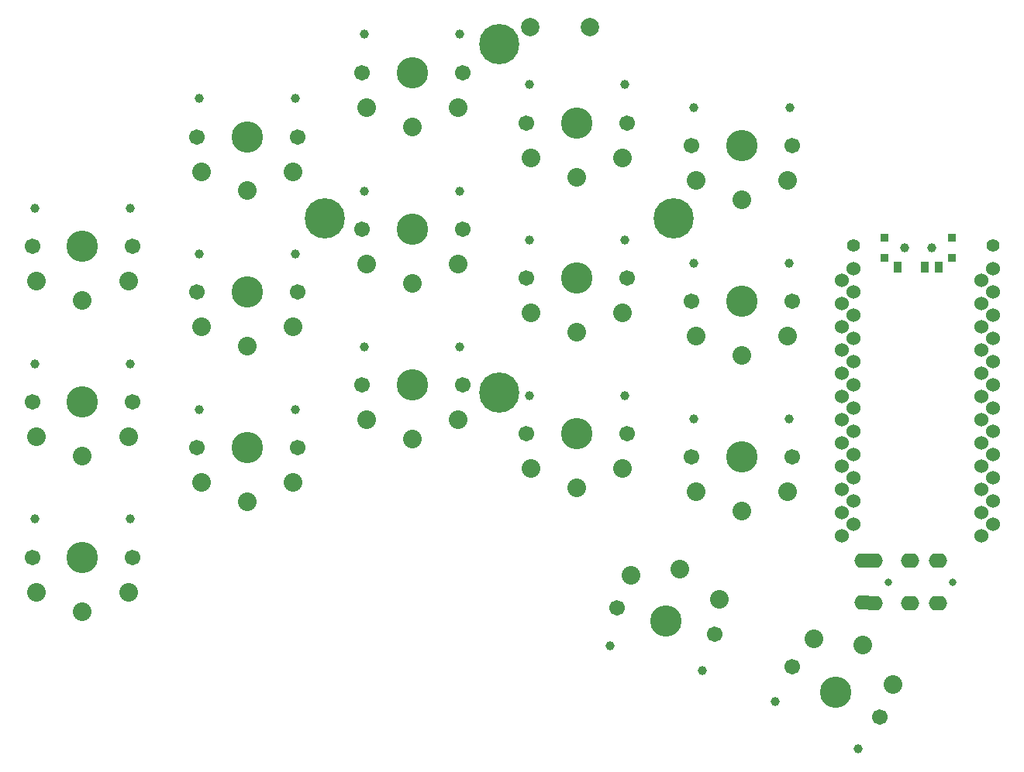
<source format=gbr>
%TF.GenerationSoftware,KiCad,Pcbnew,(6.0.1)*%
%TF.CreationDate,2022-01-25T22:42:05+01:00*%
%TF.ProjectId,half-swept,68616c66-2d73-4776-9570-742e6b696361,rev?*%
%TF.SameCoordinates,Original*%
%TF.FileFunction,Soldermask,Bot*%
%TF.FilePolarity,Negative*%
%FSLAX46Y46*%
G04 Gerber Fmt 4.6, Leading zero omitted, Abs format (unit mm)*
G04 Created by KiCad (PCBNEW (6.0.1)) date 2022-01-25 22:42:05*
%MOMM*%
%LPD*%
G01*
G04 APERTURE LIST*
%ADD10C,1.397000*%
%ADD11C,0.800000*%
%ADD12O,2.000000X1.600000*%
%ADD13C,2.000000*%
%ADD14C,3.429000*%
%ADD15C,1.701800*%
%ADD16C,0.990600*%
%ADD17C,2.032000*%
%ADD18C,1.524000*%
%ADD19C,4.400000*%
%ADD20C,1.000000*%
%ADD21R,0.900000X0.900000*%
%ADD22R,0.900000X1.250000*%
G04 APERTURE END LIST*
D10*
%TO.C,B+*%
X126492000Y-45974000D03*
%TD*%
%TO.C,B-*%
X111252000Y-45974000D03*
%TD*%
D11*
%TO.C,J2*%
X122098000Y-82750000D03*
X115098000Y-82750000D03*
D12*
X117498000Y-85050000D03*
X117478000Y-80420000D03*
X120498000Y-85050000D03*
X120478000Y-80420000D03*
X112398000Y-80450000D03*
X112378000Y-85020000D03*
X113478000Y-80420000D03*
X113498000Y-85050000D03*
%TD*%
D13*
%TO.C,RSW1*%
X82498000Y-22098000D03*
X75998000Y-22098000D03*
%TD*%
D14*
%TO.C,SW2*%
X27080000Y-46080000D03*
D15*
X32580000Y-46080000D03*
D16*
X21860000Y-41880000D03*
X32300000Y-41880000D03*
D15*
X21580000Y-46080000D03*
D17*
X27080000Y-51980000D03*
X22080000Y-49880000D03*
X32080000Y-49880000D03*
%TD*%
D15*
%TO.C,SW3*%
X39580000Y-34080000D03*
D16*
X50300000Y-29880000D03*
X39860000Y-29880000D03*
D14*
X45080000Y-34080000D03*
D15*
X50580000Y-34080000D03*
D17*
X45080000Y-39980000D03*
X50080000Y-37880000D03*
X40080000Y-37880000D03*
%TD*%
D15*
%TO.C,SW4*%
X57580000Y-27080000D03*
D14*
X63080000Y-27080000D03*
D15*
X68580000Y-27080000D03*
D16*
X68300000Y-22880000D03*
X57860000Y-22880000D03*
D17*
X63080000Y-32980000D03*
X58080000Y-30880000D03*
X68080000Y-30880000D03*
%TD*%
D16*
%TO.C,SW5*%
X86300000Y-28380000D03*
D15*
X86580000Y-32580000D03*
D16*
X75860000Y-28380000D03*
D15*
X75580000Y-32580000D03*
D14*
X81080000Y-32580000D03*
D17*
X81080000Y-38480000D03*
X86080000Y-36380000D03*
X76080000Y-36380000D03*
%TD*%
D16*
%TO.C,SW6*%
X104300000Y-30880000D03*
D15*
X93580000Y-35080000D03*
D14*
X99080000Y-35080000D03*
D16*
X93860000Y-30880000D03*
D15*
X104580000Y-35080000D03*
D17*
X99080000Y-40980000D03*
X94080000Y-38880000D03*
X104080000Y-38880000D03*
%TD*%
D16*
%TO.C,SW8*%
X21860000Y-58880000D03*
D14*
X27080000Y-63080000D03*
D16*
X32300000Y-58880000D03*
D15*
X21580000Y-63080000D03*
X32580000Y-63080000D03*
D17*
X27080000Y-68980000D03*
X22080000Y-66880000D03*
X32080000Y-66880000D03*
%TD*%
D15*
%TO.C,SW9*%
X39580000Y-51054000D03*
D16*
X50300000Y-46854000D03*
D15*
X50580000Y-51054000D03*
D14*
X45080000Y-51054000D03*
D16*
X39860000Y-46854000D03*
D17*
X45080000Y-56954000D03*
X40080000Y-54854000D03*
X50080000Y-54854000D03*
%TD*%
D15*
%TO.C,SW10*%
X68580000Y-44196000D03*
D16*
X57860000Y-39996000D03*
X68300000Y-39996000D03*
D15*
X57580000Y-44196000D03*
D14*
X63080000Y-44196000D03*
D17*
X63080000Y-50096000D03*
X58080000Y-47996000D03*
X68080000Y-47996000D03*
%TD*%
D15*
%TO.C,SW11*%
X75580000Y-49530000D03*
D16*
X86300000Y-45330000D03*
D14*
X81080000Y-49530000D03*
D15*
X86580000Y-49530000D03*
D16*
X75860000Y-45330000D03*
D17*
X81080000Y-55430000D03*
X86080000Y-53330000D03*
X76080000Y-53330000D03*
%TD*%
D14*
%TO.C,SW12*%
X99060000Y-52070000D03*
D16*
X104280000Y-47870000D03*
X93840000Y-47870000D03*
D15*
X104560000Y-52070000D03*
X93560000Y-52070000D03*
D17*
X99060000Y-57970000D03*
X104060000Y-55870000D03*
X94060000Y-55870000D03*
%TD*%
D14*
%TO.C,SW14*%
X27080000Y-80080000D03*
D15*
X21580000Y-80080000D03*
X32580000Y-80080000D03*
D16*
X32300000Y-75880000D03*
X21860000Y-75880000D03*
D17*
X27080000Y-85980000D03*
X32080000Y-83880000D03*
X22080000Y-83880000D03*
%TD*%
D14*
%TO.C,SW15*%
X45080000Y-68072000D03*
D16*
X39860000Y-63872000D03*
X50300000Y-63872000D03*
D15*
X39580000Y-68072000D03*
X50580000Y-68072000D03*
D17*
X45080000Y-73972000D03*
X40080000Y-71872000D03*
X50080000Y-71872000D03*
%TD*%
D14*
%TO.C,SW16*%
X63080000Y-61214000D03*
D16*
X68300000Y-57014000D03*
D15*
X57580000Y-61214000D03*
D16*
X57860000Y-57014000D03*
D15*
X68580000Y-61214000D03*
D17*
X63080000Y-67114000D03*
X58080000Y-65014000D03*
X68080000Y-65014000D03*
%TD*%
D16*
%TO.C,SW17*%
X86300000Y-62348000D03*
X75860000Y-62348000D03*
D15*
X86580000Y-66548000D03*
X75580000Y-66548000D03*
D14*
X81080000Y-66548000D03*
D17*
X81080000Y-72448000D03*
X76080000Y-70348000D03*
X86080000Y-70348000D03*
%TD*%
D15*
%TO.C,SW18*%
X93560000Y-69088000D03*
D16*
X93840000Y-64888000D03*
D15*
X104560000Y-69088000D03*
D14*
X99060000Y-69088000D03*
D16*
X104280000Y-64888000D03*
D17*
X99060000Y-74988000D03*
X104060000Y-72888000D03*
X94060000Y-72888000D03*
%TD*%
D16*
%TO.C,SW20*%
X102735347Y-95807307D03*
X111776653Y-101027307D03*
D15*
X114119140Y-97530000D03*
D14*
X109356000Y-94780000D03*
D15*
X104592860Y-92030000D03*
D17*
X112306000Y-89670450D03*
X115586127Y-93989103D03*
X106925873Y-88989103D03*
%TD*%
D15*
%TO.C,SW21*%
X96108592Y-88453505D03*
D16*
X84666827Y-89735853D03*
D15*
X85483408Y-85606495D03*
D16*
X94751093Y-92437924D03*
D14*
X90796000Y-87030000D03*
D17*
X92323032Y-81331038D03*
X96609142Y-84653577D03*
X86949883Y-82065387D03*
%TD*%
D18*
%TO.C,U1*%
X109982000Y-49784000D03*
X126528400Y-48514000D03*
X126528400Y-51054000D03*
X109982000Y-52324000D03*
X126528400Y-53594000D03*
X109982000Y-54864000D03*
X109982000Y-57404000D03*
X126528400Y-56134000D03*
X109982000Y-59944000D03*
X126528400Y-58674000D03*
X126528400Y-61214000D03*
X109982000Y-62484000D03*
X109982000Y-65024000D03*
X126528400Y-63754000D03*
X126528400Y-66294000D03*
X109982000Y-67564000D03*
X126528400Y-68834000D03*
X109982000Y-70104000D03*
X109982000Y-72644000D03*
X126528400Y-71374000D03*
X126528400Y-73914000D03*
X109982000Y-75184000D03*
X109982000Y-77724000D03*
X126528400Y-76454000D03*
X125222000Y-77724000D03*
X111308400Y-76454000D03*
X111308400Y-73914000D03*
X125222000Y-75184000D03*
X111308400Y-71374000D03*
X125222000Y-72644000D03*
X111308400Y-68834000D03*
X125222000Y-70104000D03*
X111308400Y-66294000D03*
X125222000Y-67564000D03*
X111308400Y-63754000D03*
X125222000Y-65024000D03*
X125222000Y-62484000D03*
X111308400Y-61214000D03*
X125222000Y-59944000D03*
X111308400Y-58674000D03*
X125222000Y-57404000D03*
X111308400Y-56134000D03*
X125222000Y-54864000D03*
X111308400Y-53594000D03*
X111308400Y-51054000D03*
X125222000Y-52324000D03*
X111308400Y-48514000D03*
X125222000Y-49784000D03*
%TD*%
D19*
%TO.C,REF\u002A\u002A*%
X53530000Y-42980000D03*
X72580000Y-23930000D03*
X72580000Y-62030000D03*
X91630000Y-42980000D03*
%TD*%
D20*
%TO.C,POWER SW*%
X119864000Y-46228000D03*
X116864000Y-46228000D03*
D21*
X122064000Y-47328000D03*
X114664000Y-47328000D03*
X122064000Y-45128000D03*
X114664000Y-45128000D03*
D22*
X116114000Y-48303000D03*
X119114000Y-48303000D03*
X120614000Y-48303000D03*
%TD*%
M02*

</source>
